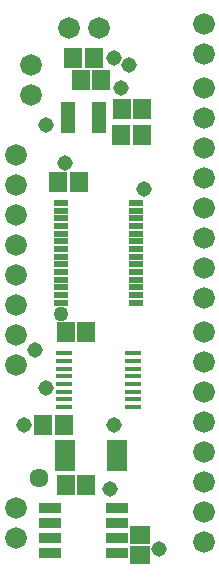
<source format=gts>
G75*
%MOIN*%
%OFA0B0*%
%FSLAX25Y25*%
%IPPOS*%
%LPD*%
%AMOC8*
5,1,8,0,0,1.08239X$1,22.5*
%
%ADD10R,0.06706X0.05918*%
%ADD11C,0.07200*%
%ADD12R,0.05918X0.06706*%
%ADD13R,0.07690X0.03359*%
%ADD14R,0.06509X0.02572*%
%ADD15R,0.05315X0.01772*%
%ADD16R,0.05131X0.02572*%
%ADD17R,0.04737X0.01981*%
%ADD18C,0.06343*%
%ADD19C,0.05162*%
%ADD20C,0.04965*%
D10*
X0052583Y0005154D03*
X0052583Y0011846D03*
D11*
X0011333Y0011000D03*
X0011333Y0021000D03*
X0011333Y0068500D03*
X0011333Y0078500D03*
X0011333Y0088500D03*
X0011333Y0098500D03*
X0011333Y0108500D03*
X0011333Y0118500D03*
X0011333Y0128500D03*
X0011333Y0138500D03*
X0016333Y0158500D03*
X0016333Y0168500D03*
X0028833Y0181000D03*
X0038833Y0181000D03*
X0073833Y0182250D03*
X0073833Y0172250D03*
X0073833Y0161000D03*
X0073833Y0151000D03*
X0073833Y0141000D03*
X0073833Y0131000D03*
X0073833Y0121000D03*
X0073833Y0111000D03*
X0073833Y0101000D03*
X0073833Y0091000D03*
X0073833Y0079750D03*
X0073833Y0069750D03*
X0073833Y0059750D03*
X0073833Y0049750D03*
X0073833Y0039750D03*
X0073833Y0029750D03*
X0073833Y0019750D03*
X0073833Y0009750D03*
D12*
X0034680Y0028500D03*
X0027987Y0028500D03*
X0027180Y0048500D03*
X0020487Y0048500D03*
X0027987Y0079750D03*
X0034680Y0079750D03*
X0032180Y0129750D03*
X0025487Y0129750D03*
X0032987Y0163500D03*
X0030487Y0171000D03*
X0037180Y0171000D03*
X0039680Y0163500D03*
X0046490Y0153963D03*
X0046475Y0145413D03*
X0053168Y0145413D03*
X0053183Y0153963D03*
D13*
X0044857Y0021000D03*
X0044857Y0016000D03*
X0044857Y0011000D03*
X0044857Y0006000D03*
X0022810Y0006000D03*
X0022810Y0011000D03*
X0022810Y0016000D03*
X0022810Y0021000D03*
D14*
X0027672Y0034661D03*
X0027672Y0037220D03*
X0027672Y0039780D03*
X0027672Y0042339D03*
X0044995Y0042339D03*
X0044995Y0039780D03*
X0044995Y0037220D03*
X0044995Y0034661D03*
D15*
X0050349Y0054543D03*
X0050349Y0057102D03*
X0050349Y0059661D03*
X0050349Y0062220D03*
X0050349Y0064780D03*
X0050349Y0067339D03*
X0050349Y0069898D03*
X0050349Y0072457D03*
X0027318Y0072457D03*
X0027318Y0069898D03*
X0027318Y0067339D03*
X0027318Y0064780D03*
X0027318Y0062220D03*
X0027318Y0059661D03*
X0027318Y0057102D03*
X0027318Y0054543D03*
D16*
X0028715Y0147161D03*
X0028715Y0149720D03*
X0028715Y0152280D03*
X0028715Y0154839D03*
X0038951Y0154839D03*
X0038951Y0152280D03*
X0038951Y0149720D03*
X0038951Y0147161D03*
D17*
X0051432Y0122634D03*
X0051432Y0120075D03*
X0051432Y0117516D03*
X0051432Y0114957D03*
X0051432Y0112398D03*
X0051432Y0109839D03*
X0051432Y0107280D03*
X0051432Y0104720D03*
X0051432Y0102161D03*
X0051432Y0099602D03*
X0051432Y0097043D03*
X0051432Y0094484D03*
X0051432Y0091925D03*
X0051432Y0089366D03*
X0026235Y0089366D03*
X0026235Y0091925D03*
X0026235Y0094484D03*
X0026235Y0097043D03*
X0026235Y0099602D03*
X0026235Y0102161D03*
X0026235Y0104720D03*
X0026235Y0107280D03*
X0026235Y0109839D03*
X0026235Y0112398D03*
X0026235Y0114957D03*
X0026235Y0117516D03*
X0026235Y0120075D03*
X0026235Y0122634D03*
D18*
X0018833Y0031000D03*
D19*
X0013833Y0048500D03*
X0021333Y0061000D03*
X0017583Y0073500D03*
X0042583Y0027250D03*
X0043833Y0048500D03*
X0058833Y0007250D03*
X0053833Y0127250D03*
X0046333Y0161000D03*
X0048833Y0168500D03*
X0043833Y0171000D03*
X0027583Y0136000D03*
X0021333Y0148500D03*
D20*
X0026358Y0085734D03*
M02*

</source>
